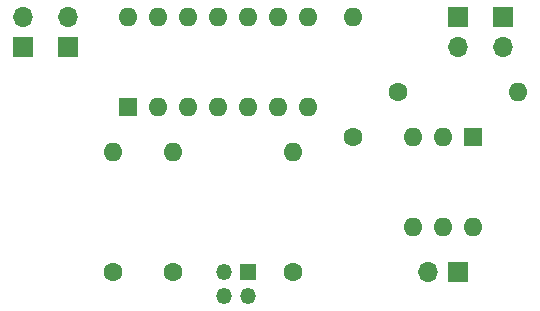
<source format=gbr>
G04 #@! TF.GenerationSoftware,KiCad,Pcbnew,(5.1.5)-3*
G04 #@! TF.CreationDate,2020-06-02T00:14:10+02:00*
G04 #@! TF.ProjectId,Multiplex,4d756c74-6970-46c6-9578-2e6b69636164,rev?*
G04 #@! TF.SameCoordinates,Original*
G04 #@! TF.FileFunction,Copper,L2,Bot*
G04 #@! TF.FilePolarity,Positive*
%FSLAX46Y46*%
G04 Gerber Fmt 4.6, Leading zero omitted, Abs format (unit mm)*
G04 Created by KiCad (PCBNEW (5.1.5)-3) date 2020-06-02 00:14:10*
%MOMM*%
%LPD*%
G04 APERTURE LIST*
%ADD10O,1.600000X1.600000*%
%ADD11R,1.600000X1.600000*%
%ADD12C,1.600000*%
%ADD13O,1.700000X1.700000*%
%ADD14R,1.700000X1.700000*%
%ADD15O,1.350000X1.350000*%
%ADD16R,1.350000X1.350000*%
G04 APERTURE END LIST*
D10*
X149860000Y-99060000D03*
X165100000Y-106680000D03*
X152400000Y-99060000D03*
X162560000Y-106680000D03*
X154940000Y-99060000D03*
X160020000Y-106680000D03*
X157480000Y-99060000D03*
X157480000Y-106680000D03*
X160020000Y-99060000D03*
X154940000Y-106680000D03*
X162560000Y-99060000D03*
X152400000Y-106680000D03*
X165100000Y-99060000D03*
D11*
X149860000Y-106680000D03*
D10*
X182880000Y-105410000D03*
D12*
X172720000Y-105410000D03*
D13*
X175260000Y-120650000D03*
D14*
X177800000Y-120650000D03*
D10*
X179070000Y-116840000D03*
X173990000Y-109220000D03*
X176530000Y-116840000D03*
X176530000Y-109220000D03*
X173990000Y-116840000D03*
D11*
X179070000Y-109220000D03*
D10*
X148590000Y-110490000D03*
D12*
X148590000Y-120650000D03*
D10*
X153670000Y-110490000D03*
D12*
X153670000Y-120650000D03*
D10*
X163830000Y-110490000D03*
D12*
X163830000Y-120650000D03*
D10*
X168910000Y-99060000D03*
D12*
X168910000Y-109220000D03*
D13*
X177800000Y-101600000D03*
D14*
X177800000Y-99060000D03*
D13*
X181610000Y-101600000D03*
D14*
X181610000Y-99060000D03*
D13*
X140970000Y-99060000D03*
D14*
X140970000Y-101600000D03*
D13*
X144780000Y-99060000D03*
D14*
X144780000Y-101600000D03*
D15*
X158020000Y-122650000D03*
X158020000Y-120650000D03*
X160020000Y-122650000D03*
D16*
X160020000Y-120650000D03*
M02*

</source>
